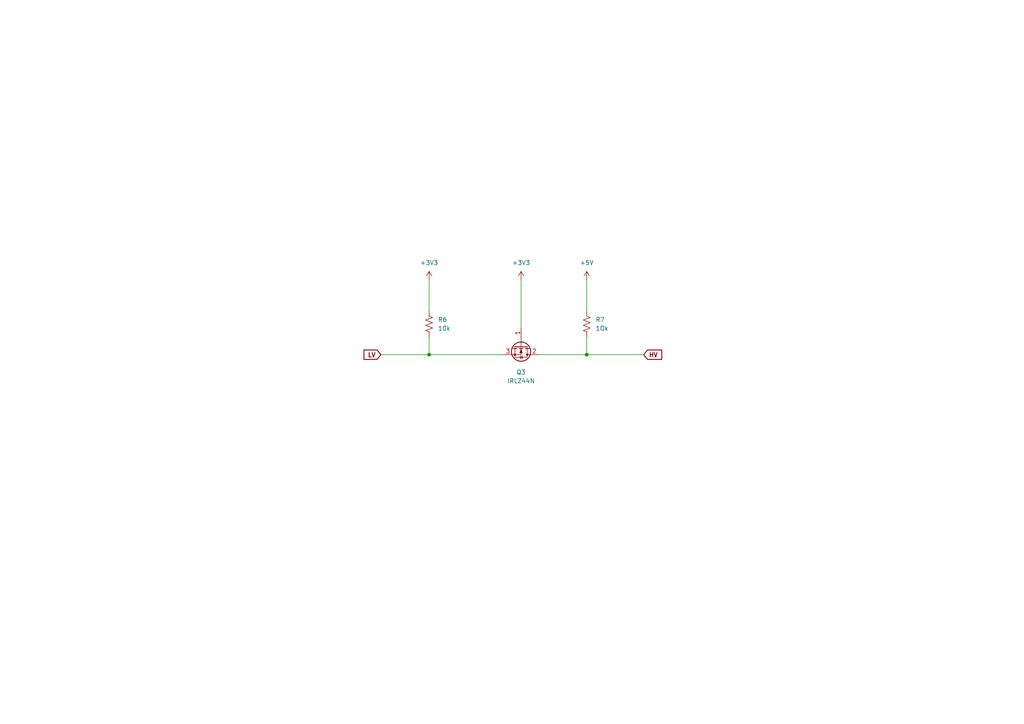
<source format=kicad_sch>
(kicad_sch (version 20211123) (generator eeschema)
  (paper "A4")
  (lib_symbols
    (symbol "Device:R_US" (pin_numbers hide) (pin_names (offset 0))
      (property "Reference" "R" (at 2.54 0 90))
      (property "Value" "R_US" (at -2.54 0 90))
      (symbol "R_US_0_1"
        (polyline (pts (xy 0 -2.286) (xy 0 -2.54)))
        (polyline (pts (xy 0 2.286) (xy 0 2.54)))
        (polyline (pts (xy 0 -0.762) (xy 1.016 -1.143) (xy 0 -1.524) (xy -1.016 -1.905) (xy 0 -2.286)))
        (polyline (pts (xy 0 0.762) (xy 1.016 0.381) (xy 0 0) (xy -1.016 -0.381) (xy 0 -0.762)))
        (polyline (pts (xy 0 2.286) (xy 1.016 1.905) (xy 0 1.524) (xy -1.016 1.143) (xy 0 0.762)))
      )
      (symbol "R_US_1_1"
        (pin passive line (at 0 3.81 270) (length 1.27) (name "~") (number "1"))
        (pin passive line (at 0 -3.81 90) (length 1.27) (name "~") (number "2"))
      )
    )
    (symbol "Transistor_FET:IRLZ44N" (pin_names hide)
      (property "Reference" "Q" (at 6.35 1.905 0))
      (property "Value" "IRLZ44N" (at 6.35 0 0))
      (symbol "IRLZ44N_0_1"
        (polyline (pts (xy 0.254 0) (xy -2.54 0)))
        (polyline (pts (xy 0.254 1.905) (xy 0.254 -1.905)) (stroke (width 0.254)))
        (polyline (pts (xy 0.762 -1.27) (xy 0.762 -2.286)) (stroke (width 0.254)))
        (polyline (pts (xy 0.762 0.508) (xy 0.762 -0.508)) (stroke (width 0.254)))
        (polyline (pts (xy 0.762 2.286) (xy 0.762 1.27)) (stroke (width 0.254)))
        (polyline (pts (xy 2.54 2.54) (xy 2.54 1.778)))
        (polyline (pts (xy 2.54 -2.54) (xy 2.54 0) (xy 0.762 0)))
        (polyline (pts (xy 0.762 -1.778) (xy 3.302 -1.778) (xy 3.302 1.778) (xy 0.762 1.778)))
        (polyline (pts (xy 1.016 0) (xy 2.032 0.381) (xy 2.032 -0.381) (xy 1.016 0)) (fill (type outline)))
        (polyline (pts (xy 2.794 0.508) (xy 2.921 0.381) (xy 3.683 0.381) (xy 3.81 0.254)))
        (polyline (pts (xy 3.302 0.381) (xy 2.921 -0.254) (xy 3.683 -0.254) (xy 3.302 0.381)))
        (circle (center 1.651 0) (radius 2.794) (stroke (width 0.254)))
        (circle (center 2.54 -1.778) (radius 0.254) (fill (type outline)))
        (circle (center 2.54 1.778) (radius 0.254) (fill (type outline)))
      )
      (symbol "IRLZ44N_1_1"
        (pin input line (at -5.08 0 0) (length 2.54) (name "G") (number "1"))
        (pin passive line (at 2.54 5.08 270) (length 2.54) (name "D") (number "2"))
        (pin passive line (at 2.54 -5.08 90) (length 2.54) (name "S") (number "3"))
      )
    )
    (symbol "power:+3.3V" (power) (pin_names (offset 0))
      (property "Value" "+3.3V" (at 0 3.556 0))
      (symbol "+3.3V_0_1"
        (polyline (pts (xy -0.762 1.27) (xy 0 2.54)))
        (polyline (pts (xy 0 0) (xy 0 2.54)))
        (polyline (pts (xy 0 2.54) (xy 0.762 1.27)))
      )
      (symbol "+3.3V_1_1"
        (pin power_in line (at 0 0 90) (length 0) hide (name "+3V3") (number "1"))
      )
    )
    (symbol "power:+5V" (power) (pin_names (offset 0))
      (property "Value" "+5V" (at 0 3.556 0))
      (symbol "+5V_0_1"
        (polyline (pts (xy -0.762 1.27) (xy 0 2.54)))
        (polyline (pts (xy 0 0) (xy 0 2.54)))
        (polyline (pts (xy 0 2.54) (xy 0.762 1.27)))
      )
      (symbol "+5V_1_1"
        (pin power_in line (at 0 0 90) (length 0) hide (name "+5V") (number "1"))
      )
    )
  )
  (junction (at 170.18 102.87))
  (junction (at 124.46 102.87))
  (wire (pts (xy 151.13 81.28) (xy 151.13 95.25)))
  (wire (pts (xy 124.46 97.79) (xy 124.46 102.87)))
  (wire (pts (xy 170.18 81.28) (xy 170.18 90.17)))
  (wire (pts (xy 170.18 97.79) (xy 170.18 102.87)))
  (wire (pts (xy 156.21 102.87) (xy 170.18 102.87)))
  (wire (pts (xy 124.46 81.28) (xy 124.46 90.17)))
  (wire (pts (xy 170.18 102.87) (xy 186.69 102.87)))
  (wire (pts (xy 124.46 102.87) (xy 146.05 102.87)))
  (wire (pts (xy 110.49 102.87) (xy 124.46 102.87)))
  (global_label "LV" (shape input) (at 110.49 102.87 180) (effects (font bold)) (property "Intersheet References" "${INTERSHEET_REFS}" (effects hide)))
  (global_label "HV" (shape input) (at 186.69 102.87 0) (effects (font bold)) (property "Intersheet References" "${INTERSHEET_REFS}" (effects hide)))
  (symbol (lib_id "power:+3.3V") (at 124.46 81.28 0) (unit 1)
    (property "Reference" "#PWR06" (effects hide))
    (property "Value" "+3.3V" (at 124.46 76.2 0))
  )
  (symbol (lib_id "Device:R_US") (at 170.18 93.98 0) (unit 1)
    (property "Reference" "R7" (at 172.72 92.7099 0) (effects (justify left)))
    (property "Value" "1Ok" (at 172.72 95.2499 0) (effects (justify left)))
  )
  (symbol (lib_id "Device:R_US") (at 124.46 93.98 0) (unit 1)
    (property "Reference" "R6" (at 127 92.7099 0) (effects (justify left)))
    (property "Value" "10k" (at 127 95.2499 0) (effects (justify left)))
  )
  (symbol (lib_id "power:+3.3V") (at 151.13 81.28 0) (unit 1)
    (property "Reference" "#PWR07" (effects hide))
    (property "Value" "+3.3V" (at 151.13 76.2 0))
  )
  (symbol (lib_id "Transistor_FET:IRLZ44N") (at 151.13 100.33 270) (unit 1)
    (property "Reference" "Q3" (at 151.13 107.95 90))
    (property "Value" "IRLZ44N" (at 151.13 110.49 90))
    (property "Footprint" "Package_TO_SOT_THT:TO-220-3_Vertical" (effects hide))
    (property "Datasheet" "http://www.irf.com/product-info/datasheets/data/irlz44n.pdf" (effects hide))
  )
  (symbol (lib_id "power:+5V") (at 170.18 81.28 0) (unit 1)
    (property "Reference" "#PWR08" (effects hide))
    (property "Value" "+5V" (at 170.18 76.2 0))
  )
)
</source>
